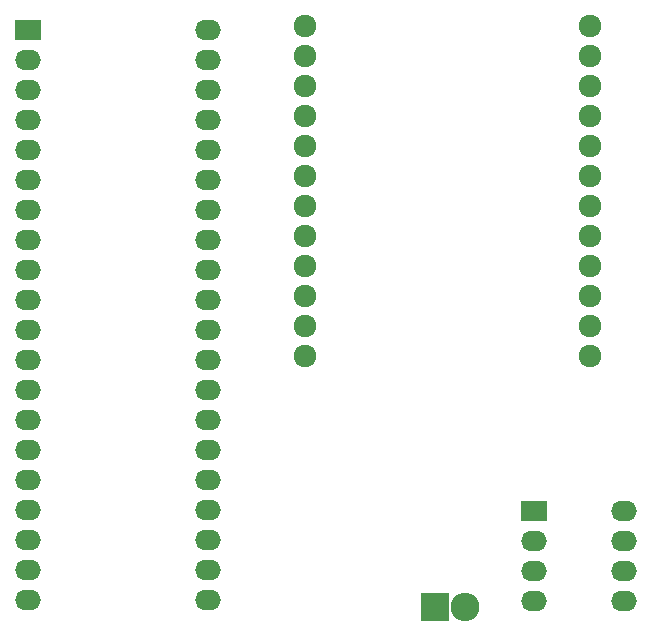
<source format=gbr>
G04 #@! TF.FileFunction,Soldermask,Bot*
%FSLAX46Y46*%
G04 Gerber Fmt 4.6, Leading zero omitted, Abs format (unit mm)*
G04 Created by KiCad (PCBNEW 4.0.5) date Saturday, March 04, 2017 'PMt' 10:22:20 PM*
%MOMM*%
%LPD*%
G01*
G04 APERTURE LIST*
%ADD10C,0.100000*%
%ADD11R,2.178000X1.700000*%
%ADD12O,2.178000X1.700000*%
%ADD13C,1.924000*%
%ADD14R,2.432000X2.432000*%
%ADD15O,2.432000X2.432000*%
G04 APERTURE END LIST*
D10*
D11*
X97028000Y-90424000D03*
D12*
X97028000Y-92964000D03*
X97028000Y-95504000D03*
X97028000Y-98044000D03*
X104648000Y-98044000D03*
X104648000Y-95504000D03*
X104648000Y-92964000D03*
X104648000Y-90424000D03*
D13*
X77680000Y-49330000D03*
X77680000Y-51870000D03*
X77680000Y-54410000D03*
X77680000Y-56950000D03*
X77680000Y-59490000D03*
X77680000Y-62030000D03*
X77680000Y-64570000D03*
X77680000Y-67110000D03*
X77680000Y-69650000D03*
X77680000Y-72190000D03*
X77680000Y-74730000D03*
X77680000Y-77270000D03*
X101810000Y-77270000D03*
X101810000Y-74730000D03*
X101810000Y-72190000D03*
X101810000Y-69650000D03*
X101810000Y-67110000D03*
X101810000Y-64570000D03*
X101810000Y-62030000D03*
X101810000Y-59490000D03*
X101810000Y-56950000D03*
X101810000Y-54410000D03*
X101810000Y-51870000D03*
X101810000Y-49330000D03*
D14*
X88646000Y-98552000D03*
D15*
X91186000Y-98552000D03*
D11*
X54250000Y-49700000D03*
D12*
X54250000Y-52240000D03*
X54250000Y-54780000D03*
X54250000Y-57320000D03*
X54250000Y-59860000D03*
X54250000Y-62400000D03*
X54250000Y-64940000D03*
X54250000Y-67480000D03*
X54250000Y-70020000D03*
X54250000Y-72560000D03*
X54250000Y-75100000D03*
X54250000Y-77640000D03*
X54250000Y-80180000D03*
X54250000Y-82720000D03*
X54250000Y-85260000D03*
X54250000Y-87800000D03*
X54250000Y-90340000D03*
X54250000Y-92880000D03*
X54250000Y-95420000D03*
X54250000Y-97960000D03*
X69490000Y-97960000D03*
X69490000Y-95420000D03*
X69490000Y-92880000D03*
X69490000Y-90340000D03*
X69490000Y-87800000D03*
X69490000Y-85260000D03*
X69490000Y-82720000D03*
X69490000Y-80180000D03*
X69490000Y-77640000D03*
X69490000Y-75100000D03*
X69490000Y-72560000D03*
X69490000Y-70020000D03*
X69490000Y-67480000D03*
X69490000Y-64940000D03*
X69490000Y-62400000D03*
X69490000Y-59860000D03*
X69490000Y-57320000D03*
X69490000Y-54780000D03*
X69490000Y-52240000D03*
X69490000Y-49700000D03*
M02*

</source>
